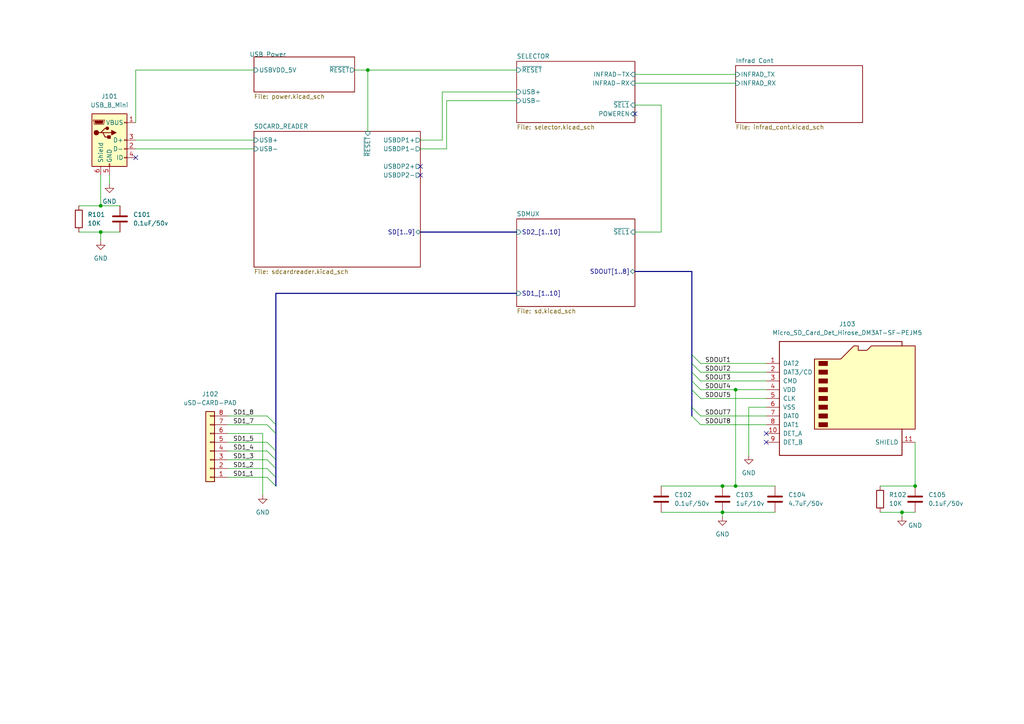
<source format=kicad_sch>
(kicad_sch (version 20230121) (generator eeschema)
  (paper "A4")
  (title_block (title "SDMUX-V4 SDCARD") (date "2023-04-26") (rev "Rev4") (company "HNZ") (comment 1 "Licensed under CC-BY-SA V4.0") (comment 2 "2023 (C) Hiroshi Nakajima <hnakamiru1103@gmail.com>"))
  (lib_symbols
    (symbol "Device:C" (pin_numbers hide) (pin_names (offset 0.254))
      (property "Reference" "C" (at 0.635 2.54 0))
      (property "Value" "C" (at 0.635 -2.54 0))
      (symbol "C_0_1"
        (polyline (pts (xy -2.032 -0.762) (xy 2.032 -0.762)) (stroke (width 0.508)))
        (polyline (pts (xy -2.032 0.762) (xy 2.032 0.762)) (stroke (width 0.508)))
      )
      (symbol "C_1_1"
        (pin passive line (at 0 3.81 270) (length 2.794) (name "~") (number "1"))
        (pin passive line (at 0 -3.81 90) (length 2.794) (name "~") (number "2"))
      )
    )
    (symbol "Device:R" (pin_numbers hide) (pin_names (offset 0))
      (property "Reference" "R" (at 2.032 0 90))
      (property "Value" "R" (at 0 0 90))
      (symbol "R_0_1"
        (rectangle (start -1.016 -2.54) (end 1.016 2.54) (stroke (width 0.254)))
      )
      (symbol "R_1_1"
        (pin passive line (at 0 3.81 270) (length 1.27) (name "~") (number "1"))
        (pin passive line (at 0 -3.81 90) (length 1.27) (name "~") (number "2"))
      )
    )
    (symbol "power:GND" (power) (pin_numbers hide) (pin_names (offset 0) hide)
      (property "Value" "GND" (at 0 -3.81 0))
      (symbol "GND_0_1"
        (polyline (pts (xy 0 0) (xy 0 -1.27) (xy 1.27 -1.27) (xy 0 -2.54) (xy -1.27 -1.27) (xy 0 -1.27)))
      )
      (symbol "GND_1_1"
        (pin power_in line (at 0 0 270) (length 0) hide (name "GND") (number "1"))
      )
    )
    (symbol "tbctl:Micro_SD_Card_Det_Hirose_DM3AT-SF-PEJM5" (pin_names (offset 1.016))
      (property "Reference" "J" (at -16.51 17.78 0))
      (property "Value" "Micro_SD_Card_Det_Hirose_DM3AT-SF-PEJM5" (at 16.51 17.78 0))
      (symbol "Micro_SD_Card_Det_Hirose_DM3AT-SF-PEJM5_0_1"
        (rectangle (start -7.62 -6.985) (end -5.08 -8.255) (fill (type outline)))
        (rectangle (start -7.62 -4.445) (end -5.08 -5.715) (fill (type outline)))
        (rectangle (start -7.62 -1.905) (end -5.08 -3.175) (fill (type outline)))
        (rectangle (start -7.62 0.635) (end -5.08 -0.635) (fill (type outline)))
        (rectangle (start -7.62 3.175) (end -5.08 1.905) (fill (type outline)))
        (rectangle (start -7.62 5.715) (end -5.08 4.445) (fill (type outline)))
        (rectangle (start -7.62 8.255) (end -5.08 6.985) (fill (type outline)))
        (rectangle (start -7.62 10.795) (end -5.08 9.525) (fill (type outline)))
        (polyline (pts (xy 16.51 15.24) (xy 16.51 16.51) (xy -19.05 16.51) (xy -19.05 -16.51) (xy 16.51 -16.51) (xy 16.51 -8.89)) (stroke (width 0.254)))
        (polyline (pts (xy -8.89 -8.89) (xy -8.89 11.43) (xy -1.27 11.43) (xy 2.54 15.24) (xy 3.81 15.24) (xy 3.81 13.97) (xy 6.35 13.97) (xy 7.62 15.24) (xy 20.32 15.24) (xy 20.32 -8.89) (xy -8.89 -8.89)) (stroke (width 0.254)) (fill (type background)))
      )
      (symbol "Micro_SD_Card_Det_Hirose_DM3AT-SF-PEJM5_1_1"
        (pin bidirectional line (at -22.86 10.16 0) (length 3.81) (name "DAT2") (number "1"))
        (pin passive line (at -22.86 -10.16 0) (length 3.81) (name "DET_A") (number "10"))
        (pin passive line (at 20.32 -12.7 180) (length 3.81) (name "SHIELD") (number "11"))
        (pin bidirectional line (at -22.86 7.62 0) (length 3.81) (name "DAT3/CD") (number "2"))
        (pin input line (at -22.86 5.08 0) (length 3.81) (name "CMD") (number "3"))
        (pin power_in line (at -22.86 2.54 0) (length 3.81) (name "VDD") (number "4"))
        (pin input line (at -22.86 0 0) (length 3.81) (name "CLK") (number "5"))
        (pin power_in line (at -22.86 -2.54 0) (length 3.81) (name "VSS") (number "6"))
        (pin bidirectional line (at -22.86 -5.08 0) (length 3.81) (name "DAT0") (number "7"))
        (pin bidirectional line (at -22.86 -7.62 0) (length 3.81) (name "DAT1") (number "8"))
        (pin passive line (at -22.86 -12.7 0) (length 3.81) (name "DET_B") (number "9"))
      )
    )
    (symbol "tbctl:USB_B_Mini" (pin_names (offset 1.016))
      (property "Reference" "J" (at -5.08 11.43 0))
      (property "Value" "USB_B_Mini" (at -5.08 8.89 0))
      (symbol "USB_B_Mini_0_1"
        (rectangle (start -5.08 -7.62) (end 5.08 7.62) (stroke (width 0.254)) (fill (type background)))
        (circle (center -3.81 2.159) (radius 0.635) (stroke (width 0.254)) (fill (type outline)))
        (circle (center -0.635 3.429) (radius 0.381) (stroke (width 0.254)) (fill (type outline)))
        (rectangle (start -0.127 -7.62) (end 0.127 -6.858))
        (polyline (pts (xy -1.905 2.159) (xy 0.635 2.159)) (stroke (width 0.254)))
        (polyline (pts (xy -3.175 2.159) (xy -2.54 2.159) (xy -1.27 3.429) (xy -0.635 3.429)) (stroke (width 0.254)))
        (polyline (pts (xy -2.54 2.159) (xy -1.905 2.159) (xy -1.27 0.889) (xy 0 0.889)) (stroke (width 0.254)))
        (polyline (pts (xy 0.635 2.794) (xy 0.635 1.524) (xy 1.905 2.159) (xy 0.635 2.794)) (stroke (width 0.254)) (fill (type outline)))
        (polyline (pts (xy -4.318 5.588) (xy -1.778 5.588) (xy -2.032 4.826) (xy -4.064 4.826) (xy -4.318 5.588)) (fill (type outline)))
        (polyline (pts (xy -4.699 5.842) (xy -4.699 5.588) (xy -4.445 4.826) (xy -4.445 4.572) (xy -1.651 4.572) (xy -1.651 4.826) (xy -1.397 5.588) (xy -1.397 5.842) (xy -4.699 5.842)))
        (rectangle (start 0.254 1.27) (end -0.508 0.508) (stroke (width 0.254)) (fill (type outline)))
        (rectangle (start 5.08 -5.207) (end 4.318 -4.953))
        (rectangle (start 5.08 -2.667) (end 4.318 -2.413))
        (rectangle (start 5.08 -0.127) (end 4.318 0.127))
        (rectangle (start 5.08 4.953) (end 4.318 5.207))
      )
      (symbol "USB_B_Mini_1_1"
        (pin power_out line (at 7.62 5.08 180) (length 2.54) (name "VBUS") (number "1"))
        (pin bidirectional line (at 7.62 -2.54 180) (length 2.54) (name "D-") (number "2"))
        (pin bidirectional line (at 7.62 0 180) (length 2.54) (name "D+") (number "3"))
        (pin passive line (at 7.62 -5.08 180) (length 2.54) (name "ID") (number "4"))
        (pin power_out line (at 0 -10.16 90) (length 2.54) (name "GND") (number "5"))
        (pin passive line (at -2.54 -10.16 90) (length 2.54) (name "Shield") (number "6"))
      )
    )
    (symbol "tbctl:uSD-CARD-PAD" (pin_names (offset 1.016) hide)
      (property "Reference" "J" (at 0 10.16 0))
      (property "Value" "uSD-CARD-PAD" (at 0 -12.7 0))
      (symbol "uSD-CARD-PAD_1_1"
        (rectangle (start -1.27 -10.033) (end 0 -10.287) (stroke (width 0.1524)))
        (rectangle (start -1.27 -7.493) (end 0 -7.747) (stroke (width 0.1524)))
        (rectangle (start -1.27 -4.953) (end 0 -5.207) (stroke (width 0.1524)))
        (rectangle (start -1.27 -2.413) (end 0 -2.667) (stroke (width 0.1524)))
        (rectangle (start -1.27 0.127) (end 0 -0.127) (stroke (width 0.1524)))
        (rectangle (start -1.27 2.667) (end 0 2.413) (stroke (width 0.1524)))
        (rectangle (start -1.27 5.207) (end 0 4.953) (stroke (width 0.1524)))
        (rectangle (start -1.27 7.747) (end 0 7.493) (stroke (width 0.1524)))
        (rectangle (start -1.27 8.89) (end 1.27 -11.43) (stroke (width 0.254)) (fill (type background)))
        (pin passive line (at -5.08 7.62 0) (length 3.81) (name "Pin_1") (number "1"))
        (pin passive line (at -5.08 5.08 0) (length 3.81) (name "Pin_2") (number "2"))
        (pin passive line (at -5.08 2.54 0) (length 3.81) (name "Pin_3") (number "3"))
        (pin passive line (at -5.08 0 0) (length 3.81) (name "Pin_4") (number "4"))
        (pin passive line (at -5.08 -2.54 0) (length 3.81) (name "Pin_5") (number "5"))
        (pin passive line (at -5.08 -5.08 0) (length 3.81) (name "Pin_6") (number "6"))
        (pin passive line (at -5.08 -7.62 0) (length 3.81) (name "Pin_7") (number "7"))
        (pin passive line (at -5.08 -10.16 0) (length 3.81) (name "Pin_8") (number "8"))
      )
    )
  )
  (junction (at 209.55 140.97))
  (junction (at 209.55 148.59))
  (junction (at 29.21 59.69))
  (junction (at 29.21 67.31))
  (junction (at 261.62 148.59))
  (junction (at 213.36 113.03))
  (junction (at 106.68 20.32))
  (junction (at 213.36 140.97))
  (junction (at 265.43 140.97))
  (no_connect (at 222.25 128.27))
  (no_connect (at 222.25 125.73))
  (no_connect (at 121.92 48.26))
  (no_connect (at 184.15 33.02))
  (no_connect (at 39.37 45.72))
  (no_connect (at 121.92 50.8))
  (bus_entry (at 77.47 138.43) (size 2.54 2.54))
  (bus_entry (at 77.47 130.81) (size 2.54 2.54))
  (bus_entry (at 77.47 135.89) (size 2.54 2.54))
  (bus_entry (at 77.47 120.65) (size 2.54 2.54))
  (bus_entry (at 200.66 102.87) (size 2.54 2.54))
  (bus_entry (at 200.66 120.65) (size 2.54 2.54))
  (bus_entry (at 77.47 133.35) (size 2.54 2.54))
  (bus_entry (at 77.47 128.27) (size 2.54 2.54))
  (bus_entry (at 200.66 110.49) (size 2.54 2.54))
  (bus_entry (at 200.66 107.95) (size 2.54 2.54))
  (bus_entry (at 200.66 113.03) (size 2.54 2.54))
  (bus_entry (at 77.47 123.19) (size 2.54 2.54))
  (bus_entry (at 200.66 105.41) (size 2.54 2.54))
  (bus_entry (at 200.66 118.11) (size 2.54 2.54))
  (wire (pts (xy 29.21 50.8) (xy 29.21 59.69)))
  (wire (pts (xy 255.27 148.59) (xy 261.62 148.59)))
  (wire (pts (xy 39.37 20.32) (xy 73.66 20.32)))
  (bus (pts (xy 200.66 113.03) (xy 200.66 118.11)))
  (wire (pts (xy 213.36 113.03) (xy 213.36 140.97)))
  (wire (pts (xy 29.21 67.31) (xy 34.798 67.31)))
  (wire (pts (xy 31.75 50.8) (xy 31.75 53.34)))
  (bus (pts (xy 121.92 67.31) (xy 149.86 67.31)))
  (wire (pts (xy 66.04 123.19) (xy 77.47 123.19)))
  (wire (pts (xy 184.15 30.48) (xy 191.77 30.48)))
  (wire (pts (xy 106.68 20.32) (xy 106.68 38.1)))
  (wire (pts (xy 149.86 26.67) (xy 128.27 26.67)))
  (wire (pts (xy 209.55 148.59) (xy 209.55 149.86)))
  (wire (pts (xy 213.36 140.97) (xy 224.79 140.97)))
  (bus (pts (xy 80.01 135.89) (xy 80.01 133.35)))
  (wire (pts (xy 66.04 125.73) (xy 76.2 125.73)))
  (bus (pts (xy 80.01 130.81) (xy 80.01 125.73)))
  (wire (pts (xy 222.25 118.11) (xy 217.17 118.11)))
  (wire (pts (xy 121.92 43.18) (xy 129.54 43.18)))
  (wire (pts (xy 29.21 67.31) (xy 29.21 69.85)))
  (wire (pts (xy 191.77 140.97) (xy 209.55 140.97)))
  (wire (pts (xy 66.04 128.27) (xy 77.47 128.27)))
  (wire (pts (xy 261.62 148.59) (xy 261.62 149.86)))
  (wire (pts (xy 191.77 67.31) (xy 184.15 67.31)))
  (bus (pts (xy 80.01 85.09) (xy 80.01 123.19)))
  (wire (pts (xy 66.04 135.89) (xy 77.47 135.89)))
  (wire (pts (xy 203.2 107.95) (xy 222.25 107.95)))
  (wire (pts (xy 102.87 20.32) (xy 106.68 20.32)))
  (wire (pts (xy 203.2 105.41) (xy 222.25 105.41)))
  (wire (pts (xy 106.68 20.32) (xy 149.86 20.32)))
  (wire (pts (xy 76.2 125.73) (xy 76.2 143.51)))
  (wire (pts (xy 191.77 30.48) (xy 191.77 67.31)))
  (bus (pts (xy 200.66 110.49) (xy 200.66 113.03)))
  (bus (pts (xy 184.15 78.74) (xy 200.66 78.74)))
  (wire (pts (xy 203.2 110.49) (xy 222.25 110.49)))
  (bus (pts (xy 80.01 138.43) (xy 80.01 140.97)))
  (wire (pts (xy 213.36 113.03) (xy 222.25 113.03)))
  (wire (pts (xy 66.04 138.43) (xy 77.47 138.43)))
  (bus (pts (xy 80.01 85.09) (xy 149.86 85.09)))
  (bus (pts (xy 200.66 105.41) (xy 200.66 107.95)))
  (wire (pts (xy 66.04 120.65) (xy 77.47 120.65)))
  (wire (pts (xy 184.15 24.13) (xy 213.36 24.13)))
  (bus (pts (xy 200.66 107.95) (xy 200.66 110.49)))
  (wire (pts (xy 255.27 140.97) (xy 265.43 140.97)))
  (bus (pts (xy 80.01 138.43) (xy 80.01 135.89)))
  (wire (pts (xy 66.04 133.35) (xy 77.47 133.35)))
  (wire (pts (xy 22.86 67.31) (xy 29.21 67.31)))
  (wire (pts (xy 39.37 43.18) (xy 73.66 43.18)))
  (wire (pts (xy 121.92 40.64) (xy 128.27 40.64)))
  (wire (pts (xy 191.77 148.59) (xy 209.55 148.59)))
  (wire (pts (xy 128.27 26.67) (xy 128.27 40.64)))
  (wire (pts (xy 203.2 120.65) (xy 222.25 120.65)))
  (wire (pts (xy 29.21 59.69) (xy 34.798 59.69)))
  (wire (pts (xy 203.2 123.19) (xy 222.25 123.19)))
  (wire (pts (xy 66.04 130.81) (xy 77.47 130.81)))
  (wire (pts (xy 184.15 21.59) (xy 213.36 21.59)))
  (bus (pts (xy 200.66 118.11) (xy 200.66 120.65)))
  (bus (pts (xy 200.66 102.87) (xy 200.66 105.41)))
  (bus (pts (xy 80.01 125.73) (xy 80.01 123.19)))
  (wire (pts (xy 149.86 29.21) (xy 129.54 29.21)))
  (wire (pts (xy 203.2 113.03) (xy 213.36 113.03)))
  (wire (pts (xy 209.55 140.97) (xy 213.36 140.97)))
  (wire (pts (xy 261.62 148.59) (xy 265.43 148.59)))
  (wire (pts (xy 39.37 20.32) (xy 39.37 35.56)))
  (wire (pts (xy 209.55 148.59) (xy 224.79 148.59)))
  (wire (pts (xy 39.37 40.64) (xy 73.66 40.64)))
  (bus (pts (xy 80.01 133.35) (xy 80.01 130.81)))
  (bus (pts (xy 200.66 78.74) (xy 200.66 102.87)))
  (wire (pts (xy 217.17 118.11) (xy 217.17 132.08)))
  (wire (pts (xy 129.54 29.21) (xy 129.54 43.18)))
  (wire (pts (xy 22.86 59.69) (xy 29.21 59.69)))
  (wire (pts (xy 203.2 115.57) (xy 222.25 115.57)))
  (wire (pts (xy 265.43 128.27) (xy 265.43 140.97)))
  (label "SD1_7" (at 73.66 123.19 180))
  (label "SD1_2" (at 73.66 135.89 180))
  (label "SDOUT8" (at 204.47 123.19 0))
  (label "SDOUT3" (at 204.47 110.49 0))
  (label "SDOUT7" (at 204.47 120.65 0))
  (label "SDOUT2" (at 204.47 107.95 0))
  (label "SD1_3" (at 73.66 133.35 180))
  (label "SDOUT4" (at 204.47 113.03 0))
  (label "SD1_8" (at 73.66 120.65 180))
  (label "SD1_1" (at 73.66 138.43 180))
  (label "SD1_4" (at 73.66 130.81 180))
  (label "SDOUT5" (at 204.47 115.57 0))
  (label "SD1_5" (at 73.66 128.27 180))
  (label "SDOUT1" (at 204.47 105.41 0))
  (symbol (lib_id "Device:R") (at 22.86 63.5 0) (unit 1)
    (property "Reference" "R101" (at 25.4 62.2299 0) (effects (justify left)))
    (property "Value" "10K" (at 25.4 64.7699 0) (effects (justify left)))
    (property "Footprint" "tbctl:R_0805_2012Metric_Pad1.20x1.40mm_HandSolder" (effects hide))
  )
  (symbol (lib_id "power:GND") (at 31.75 53.34 0) (unit 1)
    (property "Reference" "#PWR0102" (effects hide))
    (property "Value" "GND" (at 31.75 58.42 0))
  )
  (symbol (lib_id "power:GND") (at 29.21 69.85 0) (unit 1)
    (property "Reference" "#PWR0101" (effects hide))
    (property "Value" "GND" (at 29.21 74.93 0))
  )
  (symbol (lib_id "Device:C") (at 34.798 63.5 0) (unit 1)
    (property "Reference" "C101" (at 38.608 62.2299 0) (effects (justify left)))
    (property "Value" "0.1uF/50v" (at 38.608 64.7699 0) (effects (justify left)))
    (property "Footprint" "Capacitor_SMD:C_0603_1608Metric_Pad1.08x0.95mm_HandSolder" (effects hide))
  )
  (symbol (lib_id "Device:R") (at 255.27 144.78 0) (unit 1)
    (property "Reference" "R102" (at 257.81 143.5099 0) (effects (justify left)))
    (property "Value" "10K" (at 257.81 146.0499 0) (effects (justify left)))
    (property "Footprint" "tbctl:R_0805_2012Metric_Pad1.20x1.40mm_HandSolder" (effects hide))
  )
  (symbol (lib_id "tbctl:Micro_SD_Card_Det_Hirose_DM3AT-SF-PEJM5") (at 245.11 115.57 0) (unit 1)
    (property "Reference" "J103" (at 245.745 93.98 0))
    (property "Value" "Micro_SD_Card_Det_Hirose_DM3AT-SF-PEJM5" (at 245.745 96.52 0))
    (property "Footprint" "Connector_Card:microSD_HC_Hirose_DM3AT-SF-PEJM5" (effects hide))
    (property "Datasheet" "https://www.hirose.com/product/en/download_file/key_name/DM3/category/Catalog/doc_file_id/49662/?file_category_id=4&item_id=195&is_series=1" (effects hide))
  )
  (symbol (lib_id "power:GND") (at 209.55 149.86 0) (unit 1)
    (property "Reference" "#PWR0104" (effects hide))
    (property "Value" "GND" (at 209.55 154.94 0))
  )
  (symbol (lib_id "tbctl:USB_B_Mini") (at 31.75 40.64 0) (unit 1)
    (property "Reference" "J101" (at 31.75 27.94 0))
    (property "Value" "USB_B_Mini" (at 31.75 30.48 0))
    (property "Footprint" "tbctl:usb mini B connector c2235 dim 2" (effects hide))
  )
  (symbol (lib_id "Device:C") (at 265.43 144.78 0) (unit 1)
    (property "Reference" "C105" (at 269.24 143.5099 0) (effects (justify left)))
    (property "Value" "0.1uF/50v" (at 269.24 146.0499 0) (effects (justify left)))
    (property "Footprint" "Capacitor_SMD:C_0603_1608Metric_Pad1.08x0.95mm_HandSolder" (effects hide))
  )
  (symbol (lib_id "power:GND") (at 261.62 149.86 0) (unit 1)
    (property "Reference" "#PWR0106" (effects hide))
    (property "Value" "GND" (at 265.43 152.4 0))
  )
  (symbol (lib_id "tbctl:uSD-CARD-PAD") (at 60.96 130.81 180) (unit 1)
    (property "Reference" "J102" (at 60.96 114.3 0))
    (property "Value" "uSD-CARD-PAD" (at 60.96 116.84 0))
    (property "Footprint" "tbctl:uSD Card Pad" (effects hide))
  )
  (symbol (lib_id "power:GND") (at 217.17 132.08 0) (unit 1)
    (property "Reference" "#PWR0105" (effects hide))
    (property "Value" "GND" (at 217.17 137.16 0))
  )
  (symbol (lib_id "Device:C") (at 224.79 144.78 0) (unit 1)
    (property "Reference" "C104" (at 228.6 143.5099 0) (effects (justify left)))
    (property "Value" "4.7uF/50v" (at 228.6 146.0499 0) (effects (justify left)))
    (property "Footprint" "tbctl:C_0805_2012Metric_Pad1.18x1.45mm_HandSolder" (effects hide))
  )
  (symbol (lib_id "Device:C") (at 191.77 144.78 0) (unit 1)
    (property "Reference" "C102" (at 195.58 143.5099 0) (effects (justify left)))
    (property "Value" "0.1uF/50v" (at 195.58 146.0499 0) (effects (justify left)))
    (property "Footprint" "Capacitor_SMD:C_0603_1608Metric_Pad1.08x0.95mm_HandSolder" (effects hide))
  )
  (symbol (lib_id "Device:C") (at 209.55 144.78 0) (unit 1)
    (property "Reference" "C103" (at 213.36 143.5099 0) (effects (justify left)))
    (property "Value" "1uF/10v" (at 213.36 146.0499 0) (effects (justify left)))
    (property "Footprint" "tbctl:C_0805_2012Metric_Pad1.18x1.45mm_HandSolder" (effects hide))
  )
  (symbol (lib_id "power:GND") (at 76.2 143.51 0) (unit 1)
    (property "Reference" "#PWR0103" (effects hide))
    (property "Value" "GND" (at 76.2 148.59 0))
  )
  (sheet (at 149.86 17.78) (size 34.29 17.78) (stroke (width 0.1524))
    (property "Sheetname" "SELECTOR" (at 149.86 17.0684 0) (effects (justify left bottom)))
    (property "Sheetfile" "selector.kicad_sch" (at 149.86 36.1446 0) (effects (justify left top)))
    (pin "USB-" input (at 149.86 29.21 180))
    (pin "USB+" input (at 149.86 26.67 180))
    (pin "~{SEL1}" input (at 184.15 30.48 0))
    (pin "INFRAD-RX" input (at 184.15 24.13 0))
    (pin "INFRAD-TX" input (at 184.15 21.59 0))
    (pin "POWEREN" input (at 184.15 33.02 0))
    (pin "~{RESET}" input (at 149.86 20.32 180))
  )
  (sheet (at 73.66 16.51) (size 29.21 10.16) (stroke (width 0.1524))
    (property "Sheetname" "USB Power" (at 72.39 16.51 0) (effects (justify left bottom)))
    (property "Sheetfile" "power.kicad_sch" (at 73.66 27.2546 0) (effects (justify left top)))
    (pin "USBVDD_5V" input (at 73.66 20.32 180))
    (pin "~{RESET}" output (at 102.87 20.32 0))
  )
  (sheet (at 213.36 19.05) (size 36.83 16.51) (stroke (width 0.1524))
    (property "Sheetname" "Infrad Cont" (at 213.36 18.3384 0) (effects (justify left bottom)))
    (property "Sheetfile" "infrad_cont.kicad_sch" (at 213.36 36.1446 0) (effects (justify left top)))
    (pin "INFRAD_TX" input (at 213.36 21.59 180))
    (pin "INFRAD_RX" input (at 213.36 24.13 180))
  )
  (sheet (at 73.66 38.1) (size 48.26 39.37) (stroke (width 0.1524))
    (property "Sheetname" "SDCARD_READER" (at 73.66 37.3884 0) (effects (justify left bottom)))
    (property "Sheetfile" "sdcardreader.kicad_sch" (at 73.66 78.0546 0) (effects (justify left top)))
    (pin "USBDP2+" output (at 121.92 48.26 0))
    (pin "USBDP1+" output (at 121.92 40.64 0))
    (pin "USBDP1-" output (at 121.92 43.18 0))
    (pin "USBDP2-" output (at 121.92 50.8 0))
    (pin "USB+" input (at 73.66 40.64 180))
    (pin "USB-" input (at 73.66 43.18 180))
    (pin "SD[1..9]" bidirectional (at 121.92 67.31 0))
    (pin "~{RESET}" input (at 106.68 38.1 90))
  )
  (sheet (at 149.86 63.5) (size 34.29 25.4) (stroke (width 0.1524))
    (property "Sheetname" "SDMUX" (at 149.86 62.7884 0) (effects (justify left bottom)))
    (property "Sheetfile" "sd.kicad_sch" (at 149.86 89.4846 0) (effects (justify left top)))
    (pin "~{SEL1}" input (at 184.15 67.31 0))
    (pin "SD1_[1..10]" input (at 149.86 85.09 180))
    (pin "SD2_[1..10]" input (at 149.86 67.31 180))
    (pin "SDOUT[1..8]" bidirectional (at 184.15 78.74 0))
  )
)
</source>
